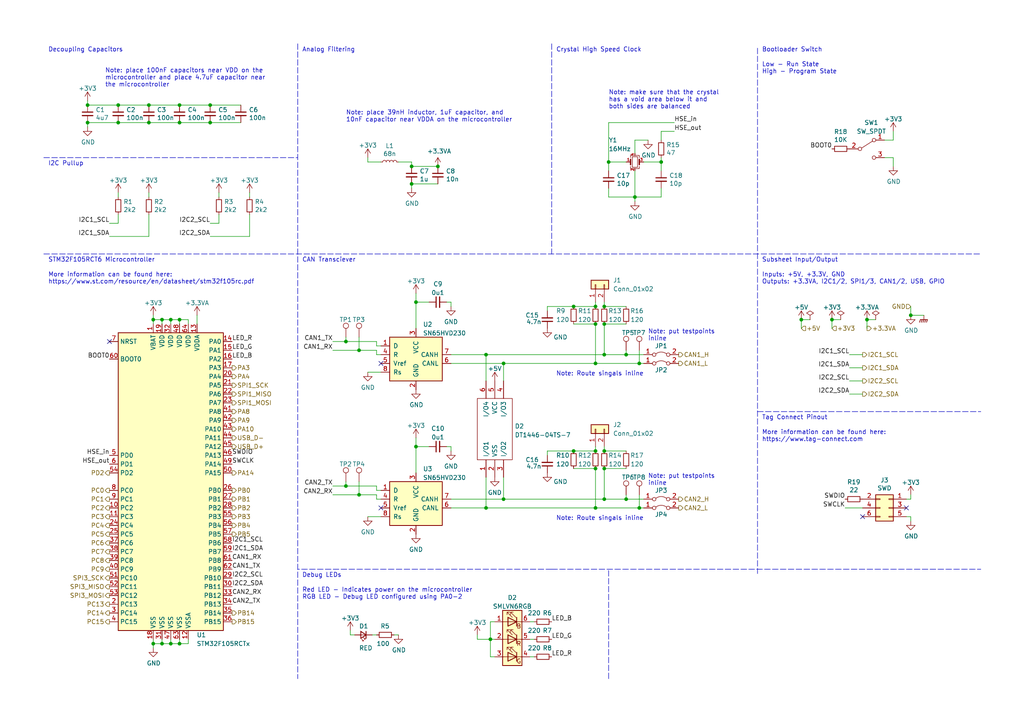
<source format=kicad_sch>
(kicad_sch (version 20211123) (generator eeschema)
  (paper "A4")
  (title_block (title "STM32F105RCT6 Subsheet") (date "2022-10-09") (company "Longhorn Racing"))
  (lib_symbols
    (symbol "Connector:TestPoint" (pin_numbers hide) (pin_names (offset 0.762) hide)
      (property "Reference" "TP" (at 0 6.858 0))
      (property "Value" "TestPoint" (at 0 5.08 0))
      (symbol "TestPoint_1_1"
        (pin passive line (at 0 0 90) (length 2.54) (name "1") (number "1"))
      )
    )
    (symbol "Connector_Generic:Conn_01x02" (pin_names (offset 1.016) hide)
      (property "Reference" "J" (at 0 2.54 0))
      (property "Value" "Conn_01x02" (at 0 -5.08 0))
      (symbol "Conn_01x02_1_1"
        (pin passive line (at -5.08 0 0) (length 3.81) (name "Pin_1") (number "1"))
        (pin passive line (at -5.08 -2.54 0) (length 3.81) (name "Pin_2") (number "2"))
      )
    )
    (symbol "Connector_Generic:Conn_02x03_Odd_Even" (pin_names (offset 1.016) hide)
      (property "Reference" "J" (at 1.27 5.08 0))
      (property "Value" "Conn_02x03_Odd_Even" (at 1.27 -5.08 0))
      (symbol "Conn_02x03_Odd_Even_1_1"
        (pin passive line (at -5.08 2.54 0) (length 3.81) (name "Pin_1") (number "1"))
        (pin passive line (at 7.62 2.54 180) (length 3.81) (name "Pin_2") (number "2"))
        (pin passive line (at -5.08 0 0) (length 3.81) (name "Pin_3") (number "3"))
        (pin passive line (at 7.62 0 180) (length 3.81) (name "Pin_4") (number "4"))
        (pin passive line (at -5.08 -2.54 0) (length 3.81) (name "Pin_5") (number "5"))
        (pin passive line (at 7.62 -2.54 180) (length 3.81) (name "Pin_6") (number "6"))
      )
    )
    (symbol "Device:C_Small" (pin_numbers hide) (pin_names (offset 0.254) hide)
      (property "Reference" "C" (at 0.254 1.778 0))
      (property "Value" "C_Small" (at 0.254 -2.032 0))
      (symbol "C_Small_1_1"
        (pin passive line (at 0 2.54 270) (length 2.032) (name "~") (number "1"))
        (pin passive line (at 0 -2.54 90) (length 2.032) (name "~") (number "2"))
      )
    )
    (symbol "Device:Crystal_GND24_Small" (pin_names (offset 1.016) hide)
      (property "Reference" "Y" (at 1.27 4.445 0))
      (property "Value" "Crystal_GND24_Small" (at 1.27 2.54 0))
      (symbol "Crystal_GND24_Small_1_1"
        (pin passive line (at -2.54 0 0) (length 1.27) (name "1") (number "1"))
        (pin passive line (at 0 -2.54 90) (length 0.635) (name "2") (number "2"))
        (pin passive line (at 2.54 0 180) (length 1.27) (name "3") (number "3"))
        (pin passive line (at 0 2.54 270) (length 0.635) (name "4") (number "4"))
      )
    )
    (symbol "Device:LED_Small" (pin_numbers hide) (pin_names (offset 0.254) hide)
      (property "Reference" "D" (at -1.27 3.175 0))
      (property "Value" "LED_Small" (at -4.445 -2.54 0))
      (symbol "LED_Small_1_1"
        (pin passive line (at -2.54 0 0) (length 1.778) (name "K") (number "1"))
        (pin passive line (at 2.54 0 180) (length 1.778) (name "A") (number "2"))
      )
    )
    (symbol "Device:L_Small" (pin_numbers hide) (pin_names (offset 0.254) hide)
      (property "Reference" "L" (at 0.762 1.016 0))
      (property "Value" "L_Small" (at 0.762 -1.016 0))
      (symbol "L_Small_1_1"
        (pin passive line (at 0 2.54 270) (length 0.508) (name "~") (number "1"))
        (pin passive line (at 0 -2.54 90) (length 0.508) (name "~") (number "2"))
      )
    )
    (symbol "Device:R_Small" (pin_numbers hide) (pin_names (offset 0.254) hide)
      (property "Reference" "R" (at 0.762 0.508 0))
      (property "Value" "R_Small" (at 0.762 -1.016 0))
      (symbol "R_Small_1_1"
        (pin passive line (at 0 2.54 270) (length 0.762) (name "~") (number "1"))
        (pin passive line (at 0 -2.54 90) (length 0.762) (name "~") (number "2"))
      )
    )
    (symbol "Global_Library:DT1446-04TS-7" (pin_names (offset 0.762))
      (property "Reference" "D" (at 5.08 7.62 0))
      (property "Value" "DT1446-04TS-7" (at 5.08 5.08 0))
      (symbol "DT1446-04TS-7_0_0"
        (pin passive line (at 0 0 0) (length 5.08) (name "I/O1") (number "1"))
        (pin passive line (at 0 -2.54 0) (length 5.08) (name "VSS") (number "2"))
        (pin passive line (at 0 -5.08 0) (length 5.08) (name "I/O2") (number "3"))
        (pin passive line (at 27.94 -5.08 180) (length 5.08) (name "I/O3") (number "4"))
        (pin passive line (at 27.94 -2.54 180) (length 5.08) (name "VCC") (number "5"))
        (pin passive line (at 27.94 0 180) (length 5.08) (name "I/O4") (number "6"))
      )
    )
    (symbol "Interface_CAN_LIN:SN65HVD230" (pin_names (offset 1.016))
      (property "Reference" "U" (at -2.54 10.16 0))
      (property "Value" "SN65HVD230" (at -2.54 7.62 0))
      (symbol "SN65HVD230_1_1"
        (pin input line (at -10.16 2.54 0) (length 2.54) (name "D") (number "1"))
        (pin power_in line (at 0 -10.16 90) (length 2.54) (name "GND") (number "2"))
        (pin power_in line (at 0 7.62 270) (length 2.54) (name "VCC") (number "3"))
        (pin output line (at -10.16 0 0) (length 2.54) (name "R") (number "4"))
        (pin output line (at -10.16 -2.54 0) (length 2.54) (name "Vref") (number "5"))
        (pin bidirectional line (at 10.16 -2.54 180) (length 2.54) (name "CANL") (number "6"))
        (pin bidirectional line (at 10.16 0 180) (length 2.54) (name "CANH") (number "7"))
        (pin input line (at -10.16 -5.08 0) (length 2.54) (name "Rs") (number "8"))
      )
    )
    (symbol "Jumper:Jumper_2_Bridged" (pin_names (offset 0) hide)
      (property "Reference" "JP" (at 0 1.905 0))
      (property "Value" "Jumper_2_Bridged" (at 0 -2.54 0))
      (symbol "Jumper_2_Bridged_1_1"
        (pin passive line (at -5.08 0 0) (length 2.54) (name "A") (number "1"))
        (pin passive line (at 5.08 0 180) (length 2.54) (name "B") (number "2"))
      )
    )
    (symbol "LED:SMLVN6RGB" (pin_names (offset 0) hide)
      (property "Reference" "D" (at 0 12.7 0))
      (property "Value" "SMLVN6RGB" (at 0 10.16 0))
      (symbol "SMLVN6RGB_0_0"
        (text "B" (at 1.905 3.81 0) (effects (font (size 1.27 1.27))))
        (text "G" (at 1.905 -6.35 0) (effects (font (size 1.27 1.27))))
        (text "R" (at 1.905 -1.27 0) (effects (font (size 1.27 1.27))))
      )
      (symbol "SMLVN6RGB_1_1"
        (pin passive line (at -5.08 5.08 0) (length 2.54) (name "BA") (number "1"))
        (pin passive line (at -5.08 0 0) (length 2.54) (name "RA") (number "2"))
        (pin passive line (at -5.08 -5.08 0) (length 2.54) (name "GA") (number "3"))
        (pin passive line (at 5.08 -5.08 180) (length 2.54) (name "GK") (number "4"))
        (pin passive line (at 5.08 0 180) (length 2.54) (name "RK") (number "5"))
        (pin passive line (at 5.08 5.08 180) (length 2.54) (name "BK") (number "6"))
      )
    )
    (symbol "MCU_ST_STM32F1:STM32F105RCTx"
      (property "Reference" "U" (at -15.24 44.45 0))
      (property "Value" "STM32F105RCTx" (at 10.16 44.45 0))
      (symbol "STM32F105RCTx_1_1"
        (pin power_in line (at -5.08 45.72 270) (length 2.54) (name "VBAT") (number "1"))
        (pin bidirectional line (at -17.78 -7.62 0) (length 2.54) (name "PC2") (number "10"))
        (pin bidirectional line (at -17.78 -10.16 0) (length 2.54) (name "PC3") (number "11"))
        (pin power_in line (at 5.08 -45.72 90) (length 2.54) (name "VSSA") (number "12"))
        (pin power_in line (at 7.62 45.72 270) (length 2.54) (name "VDDA") (number "13"))
        (pin bidirectional line (at 17.78 40.64 180) (length 2.54) (name "PA0") (number "14"))
        (pin bidirectional line (at 17.78 38.1 180) (length 2.54) (name "PA1") (number "15"))
        (pin bidirectional line (at 17.78 35.56 180) (length 2.54) (name "PA2") (number "16"))
        (pin bidirectional line (at 17.78 33.02 180) (length 2.54) (name "PA3") (number "17"))
        (pin power_in line (at -5.08 -45.72 90) (length 2.54) (name "VSS") (number "18"))
        (pin power_in line (at -2.54 45.72 270) (length 2.54) (name "VDD") (number "19"))
        (pin bidirectional line (at -17.78 -35.56 0) (length 2.54) (name "PC13") (number "2"))
        (pin bidirectional line (at 17.78 30.48 180) (length 2.54) (name "PA4") (number "20"))
        (pin bidirectional line (at 17.78 27.94 180) (length 2.54) (name "PA5") (number "21"))
        (pin bidirectional line (at 17.78 25.4 180) (length 2.54) (name "PA6") (number "22"))
        (pin bidirectional line (at 17.78 22.86 180) (length 2.54) (name "PA7") (number "23"))
        (pin bidirectional line (at -17.78 -12.7 0) (length 2.54) (name "PC4") (number "24"))
        (pin bidirectional line (at -17.78 -15.24 0) (length 2.54) (name "PC5") (number "25"))
        (pin bidirectional line (at 17.78 -2.54 180) (length 2.54) (name "PB0") (number "26"))
        (pin bidirectional line (at 17.78 -5.08 180) (length 2.54) (name "PB1") (number "27"))
        (pin bidirectional line (at 17.78 -7.62 180) (length 2.54) (name "PB2") (number "28"))
        (pin bidirectional line (at 17.78 -27.94 180) (length 2.54) (name "PB10") (number "29"))
        (pin bidirectional line (at -17.78 -38.1 0) (length 2.54) (name "PC14") (number "3"))
        (pin bidirectional line (at 17.78 -30.48 180) (length 2.54) (name "PB11") (number "30"))
        (pin power_in line (at -2.54 -45.72 90) (length 2.54) (name "VSS") (number "31"))
        (pin power_in line (at 0 45.72 270) (length 2.54) (name "VDD") (number "32"))
        (pin bidirectional line (at 17.78 -33.02 180) (length 2.54) (name "PB12") (number "33"))
        (pin bidirectional line (at 17.78 -35.56 180) (length 2.54) (name "PB13") (number "34"))
        (pin bidirectional line (at 17.78 -38.1 180) (length 2.54) (name "PB14") (number "35"))
        (pin bidirectional line (at 17.78 -40.64 180) (length 2.54) (name "PB15") (number "36"))
        (pin bidirectional line (at -17.78 -17.78 0) (length 2.54) (name "PC6") (number "37"))
        (pin bidirectional line (at -17.78 -20.32 0) (length 2.54) (name "PC7") (number "38"))
        (pin bidirectional line (at -17.78 -22.86 0) (length 2.54) (name "PC8") (number "39"))
        (pin bidirectional line (at -17.78 -40.64 0) (length 2.54) (name "PC15") (number "4"))
        (pin bidirectional line (at -17.78 -25.4 0) (length 2.54) (name "PC9") (number "40"))
        (pin bidirectional line (at 17.78 20.32 180) (length 2.54) (name "PA8") (number "41"))
        (pin bidirectional line (at 17.78 17.78 180) (length 2.54) (name "PA9") (number "42"))
        (pin bidirectional line (at 17.78 15.24 180) (length 2.54) (name "PA10") (number "43"))
        (pin bidirectional line (at 17.78 12.7 180) (length 2.54) (name "PA11") (number "44"))
        (pin bidirectional line (at 17.78 10.16 180) (length 2.54) (name "PA12") (number "45"))
        (pin bidirectional line (at 17.78 7.62 180) (length 2.54) (name "PA13") (number "46"))
        (pin power_in line (at 0 -45.72 90) (length 2.54) (name "VSS") (number "47"))
        (pin power_in line (at 2.54 45.72 270) (length 2.54) (name "VDD") (number "48"))
        (pin bidirectional line (at 17.78 5.08 180) (length 2.54) (name "PA14") (number "49"))
        (pin input line (at -17.78 7.62 0) (length 2.54) (name "PD0") (number "5"))
        (pin bidirectional line (at 17.78 2.54 180) (length 2.54) (name "PA15") (number "50"))
        (pin bidirectional line (at -17.78 -27.94 0) (length 2.54) (name "PC10") (number "51"))
        (pin bidirectional line (at -17.78 -30.48 0) (length 2.54) (name "PC11") (number "52"))
        (pin bidirectional line (at -17.78 -33.02 0) (length 2.54) (name "PC12") (number "53"))
        (pin bidirectional line (at -17.78 2.54 0) (length 2.54) (name "PD2") (number "54"))
        (pin bidirectional line (at 17.78 -10.16 180) (length 2.54) (name "PB3") (number "55"))
        (pin bidirectional line (at 17.78 -12.7 180) (length 2.54) (name "PB4") (number "56"))
        (pin bidirectional line (at 17.78 -15.24 180) (length 2.54) (name "PB5") (number "57"))
        (pin bidirectional line (at 17.78 -17.78 180) (length 2.54) (name "PB6") (number "58"))
        (pin bidirectional line (at 17.78 -20.32 180) (length 2.54) (name "PB7") (number "59"))
        (pin input line (at -17.78 5.08 0) (length 2.54) (name "PD1") (number "6"))
        (pin input line (at -17.78 35.56 0) (length 2.54) (name "BOOT0") (number "60"))
        (pin bidirectional line (at 17.78 -22.86 180) (length 2.54) (name "PB8") (number "61"))
        (pin bidirectional line (at 17.78 -25.4 180) (length 2.54) (name "PB9") (number "62"))
        (pin power_in line (at 2.54 -45.72 90) (length 2.54) (name "VSS") (number "63"))
        (pin power_in line (at 5.08 45.72 270) (length 2.54) (name "VDD") (number "64"))
        (pin input line (at -17.78 40.64 0) (length 2.54) (name "NRST") (number "7"))
        (pin bidirectional line (at -17.78 -2.54 0) (length 2.54) (name "PC0") (number "8"))
        (pin bidirectional line (at -17.78 -5.08 0) (length 2.54) (name "PC1") (number "9"))
      )
    )
    (symbol "Switch:SW_SPDT" (pin_names (offset 0) hide)
      (property "Reference" "SW" (at 0 4.318 0))
      (property "Value" "SW_SPDT" (at 0 -5.08 0))
      (symbol "SW_SPDT_1_1"
        (pin passive line (at 5.08 2.54 180) (length 2.54) (name "A") (number "1"))
        (pin passive line (at -5.08 0 0) (length 2.54) (name "B") (number "2"))
        (pin passive line (at 5.08 -2.54 180) (length 2.54) (name "C") (number "3"))
      )
    )
    (symbol "power:+3.3VA" (power) (pin_names (offset 0))
      (property "Value" "+3.3VA" (at 0 3.556 0))
      (symbol "+3.3VA_1_1"
        (pin power_in line (at 0 0 90) (length 0) hide (name "+3.3VA") (number "1"))
      )
    )
    (symbol "power:+3V3" (power) (pin_names (offset 0))
      (property "Value" "+3V3" (at 0 3.556 0))
      (symbol "+3V3_1_1"
        (pin power_in line (at 0 0 90) (length 0) hide (name "+3V3") (number "1"))
      )
    )
    (symbol "power:+5V" (power) (pin_names (offset 0))
      (property "Value" "+5V" (at 0 3.556 0))
      (symbol "+5V_1_1"
        (pin power_in line (at 0 0 90) (length 0) hide (name "+5V") (number "1"))
      )
    )
    (symbol "power:GND" (power) (pin_names (offset 0))
      (property "Value" "GND" (at 0 -3.81 0))
      (symbol "GND_1_1"
        (pin power_in line (at 0 0 270) (length 0) hide (name "GND") (number "1"))
      )
    )
    (symbol "power:GNDPWR" (power) (pin_names (offset 0))
      (property "Value" "GNDPWR" (at 0 -3.302 0))
      (symbol "GNDPWR_1_1"
        (pin power_in line (at 0 0 270) (length 0) hide (name "GNDPWR") (number "1"))
      )
    )
    (symbol "power:PWR_FLAG" (power) (pin_numbers hide) (pin_names (offset 0) hide)
      (property "Value" "PWR_FLAG" (at 0 3.81 0))
      (symbol "PWR_FLAG_0_0"
        (pin power_out line (at 0 0 90) (length 0) (name "pwr") (number "1"))
      )
    )
  )
  (junction (at 232.41 92.71))
  (junction (at 251.46 92.71))
  (junction (at 49.53 186.69))
  (junction (at 184.15 57.15))
  (junction (at 119.38 53.34))
  (junction (at 172.72 135.89))
  (junction (at 104.14 143.51))
  (junction (at 60.96 35.56))
  (junction (at 34.29 35.56))
  (junction (at 100.33 99.06))
  (junction (at 104.14 101.6))
  (junction (at 43.18 35.56))
  (junction (at 175.26 88.9))
  (junction (at 142.24 185.42))
  (junction (at 175.26 102.87))
  (junction (at 166.37 88.9))
  (junction (at 60.96 30.48))
  (junction (at 175.26 144.78))
  (junction (at 185.42 105.41))
  (junction (at 185.42 147.32))
  (junction (at 175.26 93.98))
  (junction (at 44.45 186.69))
  (junction (at 140.97 102.87))
  (junction (at 175.26 135.89))
  (junction (at 52.07 92.71))
  (junction (at 100.33 140.97))
  (junction (at 175.26 130.81))
  (junction (at 166.37 130.81))
  (junction (at 140.97 147.32))
  (junction (at 172.72 93.98))
  (junction (at 120.65 129.54))
  (junction (at 46.99 186.69))
  (junction (at 146.05 144.78))
  (junction (at 176.53 46.99))
  (junction (at 119.38 48.26))
  (junction (at 181.61 102.87))
  (junction (at 34.29 30.48))
  (junction (at 172.72 105.41))
  (junction (at 44.45 92.71))
  (junction (at 127 48.26))
  (junction (at 241.3 92.71))
  (junction (at 172.72 88.9))
  (junction (at 172.72 130.81))
  (junction (at 52.07 186.69))
  (junction (at 52.07 30.48))
  (junction (at 46.99 92.71))
  (junction (at 172.72 147.32))
  (junction (at 146.05 105.41))
  (junction (at 120.65 87.63))
  (junction (at 25.4 35.56))
  (junction (at 25.4 30.48))
  (junction (at 264.16 91.44))
  (junction (at 181.61 144.78))
  (junction (at 191.77 46.99))
  (junction (at 52.07 35.56))
  (junction (at 49.53 92.71))
  (junction (at 43.18 30.48))
  (no_connect (at 31.75 99.06))
  (no_connect (at 262.89 147.32))
  (no_connect (at 250.19 149.86))
  (no_connect (at 110.49 147.32))
  (no_connect (at 110.49 105.41))
  (wire (pts (xy 106.68 45.72) (xy 106.68 46.99)))
  (wire (pts (xy 245.11 147.32) (xy 250.19 147.32)))
  (wire (pts (xy 130.81 87.63) (xy 130.81 88.9)))
  (wire (pts (xy 262.89 144.78) (xy 264.16 144.78)))
  (wire (pts (xy 100.33 97.79) (xy 100.33 99.06)))
  (wire (pts (xy 63.5 55.88) (xy 63.5 57.15)))
  (wire (pts (xy 100.33 140.97) (xy 109.22 140.97)))
  (polyline (pts (xy 160.02 165.1) (xy 86.36 165.1)))
  (wire (pts (xy 43.18 30.48) (xy 52.07 30.48)))
  (wire (pts (xy 259.08 40.64) (xy 259.08 38.1)))
  (wire (pts (xy 63.5 64.77) (xy 63.5 62.23)))
  (wire (pts (xy 109.22 100.33) (xy 110.49 100.33)))
  (wire (pts (xy 25.4 36.83) (xy 25.4 35.56)))
  (wire (pts (xy 44.45 186.69) (xy 44.45 187.96)))
  (wire (pts (xy 153.67 180.34) (xy 154.94 180.34)))
  (wire (pts (xy 191.77 46.99) (xy 191.77 49.53)))
  (wire (pts (xy 109.22 102.87) (xy 110.49 102.87)))
  (wire (pts (xy 72.39 55.88) (xy 72.39 57.15)))
  (wire (pts (xy 60.96 35.56) (xy 69.85 35.56)))
  (wire (pts (xy 246.38 110.49) (xy 250.19 110.49)))
  (wire (pts (xy 140.97 138.43) (xy 140.97 147.32)))
  (wire (pts (xy 251.46 92.71) (xy 254 92.71)))
  (wire (pts (xy 129.54 87.63) (xy 130.81 87.63)))
  (wire (pts (xy 264.16 91.44) (xy 264.16 88.9)))
  (wire (pts (xy 146.05 105.41) (xy 146.05 110.49)))
  (wire (pts (xy 158.75 130.81) (xy 158.75 132.08)))
  (wire (pts (xy 187.96 40.64) (xy 184.15 40.64)))
  (wire (pts (xy 166.37 93.98) (xy 172.72 93.98)))
  (wire (pts (xy 96.52 140.97) (xy 100.33 140.97)))
  (wire (pts (xy 25.4 30.48) (xy 34.29 30.48)))
  (wire (pts (xy 172.72 135.89) (xy 172.72 147.32)))
  (wire (pts (xy 175.26 93.98) (xy 175.26 102.87)))
  (wire (pts (xy 25.4 29.21) (xy 25.4 30.48)))
  (wire (pts (xy 46.99 186.69) (xy 49.53 186.69)))
  (wire (pts (xy 232.41 92.71) (xy 232.41 95.25)))
  (wire (pts (xy 184.15 57.15) (xy 191.77 57.15)))
  (wire (pts (xy 106.68 107.95) (xy 110.49 107.95)))
  (wire (pts (xy 158.75 88.9) (xy 166.37 88.9)))
  (wire (pts (xy 262.89 149.86) (xy 264.16 149.86)))
  (wire (pts (xy 175.26 93.98) (xy 181.61 93.98)))
  (wire (pts (xy 44.45 92.71) (xy 44.45 91.44)))
  (wire (pts (xy 146.05 105.41) (xy 172.72 105.41)))
  (wire (pts (xy 109.22 142.24) (xy 110.49 142.24)))
  (wire (pts (xy 176.53 54.61) (xy 176.53 57.15)))
  (wire (pts (xy 142.24 180.34) (xy 142.24 185.42)))
  (wire (pts (xy 232.41 92.71) (xy 234.95 92.71)))
  (wire (pts (xy 143.51 180.34) (xy 142.24 180.34)))
  (polyline (pts (xy 160.02 165.1) (xy 284.48 165.1)))
  (wire (pts (xy 49.53 92.71) (xy 46.99 92.71)))
  (wire (pts (xy 172.72 147.32) (xy 185.42 147.32)))
  (wire (pts (xy 120.65 87.63) (xy 120.65 95.25)))
  (wire (pts (xy 106.68 46.99) (xy 110.49 46.99)))
  (wire (pts (xy 127 53.34) (xy 119.38 53.34)))
  (wire (pts (xy 60.96 64.77) (xy 63.5 64.77)))
  (wire (pts (xy 175.26 135.89) (xy 175.26 144.78)))
  (wire (pts (xy 142.24 190.5) (xy 143.51 190.5)))
  (wire (pts (xy 100.33 139.7) (xy 100.33 140.97)))
  (wire (pts (xy 49.53 93.98) (xy 49.53 92.71)))
  (wire (pts (xy 264.16 91.44) (xy 267.97 91.44)))
  (polyline (pts (xy 160.02 12.7) (xy 160.02 73.66)))
  (wire (pts (xy 175.26 88.9) (xy 175.26 87.63)))
  (wire (pts (xy 120.65 129.54) (xy 120.65 137.16)))
  (wire (pts (xy 184.15 40.64) (xy 184.15 44.45)))
  (wire (pts (xy 256.54 40.64) (xy 259.08 40.64)))
  (polyline (pts (xy 86.36 12.7) (xy 86.36 196.85)))
  (wire (pts (xy 44.45 93.98) (xy 44.45 92.71)))
  (wire (pts (xy 185.42 101.6) (xy 185.42 105.41)))
  (wire (pts (xy 172.72 87.63) (xy 172.72 88.9)))
  (wire (pts (xy 52.07 30.48) (xy 60.96 30.48)))
  (wire (pts (xy 109.22 143.51) (xy 109.22 144.78)))
  (wire (pts (xy 34.29 55.88) (xy 34.29 57.15)))
  (wire (pts (xy 49.53 186.69) (xy 52.07 186.69)))
  (wire (pts (xy 140.97 147.32) (xy 172.72 147.32)))
  (wire (pts (xy 256.54 45.72) (xy 259.08 45.72)))
  (wire (pts (xy 142.24 185.42) (xy 143.51 185.42)))
  (wire (pts (xy 43.18 35.56) (xy 52.07 35.56)))
  (wire (pts (xy 129.54 129.54) (xy 130.81 129.54)))
  (wire (pts (xy 175.26 135.89) (xy 181.61 135.89)))
  (wire (pts (xy 172.72 105.41) (xy 185.42 105.41)))
  (wire (pts (xy 166.37 130.81) (xy 172.72 130.81)))
  (wire (pts (xy 172.72 93.98) (xy 172.72 105.41)))
  (wire (pts (xy 140.97 102.87) (xy 175.26 102.87)))
  (polyline (pts (xy 219.71 13.97) (xy 219.71 166.37)))
  (wire (pts (xy 130.81 102.87) (xy 140.97 102.87)))
  (polyline (pts (xy 12.7 45.72) (xy 86.36 45.72)))
  (wire (pts (xy 158.75 130.81) (xy 166.37 130.81)))
  (wire (pts (xy 120.65 85.09) (xy 120.65 87.63)))
  (wire (pts (xy 264.16 144.78) (xy 264.16 143.51)))
  (wire (pts (xy 181.61 101.6) (xy 181.61 102.87)))
  (wire (pts (xy 60.96 30.48) (xy 69.85 30.48)))
  (wire (pts (xy 44.45 186.69) (xy 44.45 185.42)))
  (wire (pts (xy 191.77 38.1) (xy 195.58 38.1)))
  (wire (pts (xy 259.08 45.72) (xy 259.08 48.26)))
  (wire (pts (xy 130.81 144.78) (xy 146.05 144.78)))
  (wire (pts (xy 191.77 40.64) (xy 191.77 38.1)))
  (wire (pts (xy 107.95 184.15) (xy 109.22 184.15)))
  (wire (pts (xy 104.14 97.79) (xy 104.14 101.6)))
  (wire (pts (xy 34.29 30.48) (xy 43.18 30.48)))
  (wire (pts (xy 52.07 92.71) (xy 52.07 93.98)))
  (wire (pts (xy 72.39 68.58) (xy 72.39 62.23)))
  (wire (pts (xy 140.97 102.87) (xy 140.97 110.49)))
  (wire (pts (xy 104.14 143.51) (xy 109.22 143.51)))
  (wire (pts (xy 104.14 101.6) (xy 109.22 101.6)))
  (wire (pts (xy 176.53 49.53) (xy 176.53 46.99)))
  (wire (pts (xy 31.75 64.77) (xy 34.29 64.77)))
  (wire (pts (xy 46.99 185.42) (xy 46.99 186.69)))
  (wire (pts (xy 185.42 143.51) (xy 185.42 147.32)))
  (polyline (pts (xy 176.53 196.85) (xy 176.53 165.1)))
  (wire (pts (xy 54.61 186.69) (xy 54.61 185.42)))
  (wire (pts (xy 124.46 87.63) (xy 120.65 87.63)))
  (wire (pts (xy 184.15 57.15) (xy 184.15 58.42)))
  (wire (pts (xy 119.38 53.34) (xy 119.38 54.61)))
  (wire (pts (xy 181.61 102.87) (xy 186.69 102.87)))
  (wire (pts (xy 106.68 149.86) (xy 110.49 149.86)))
  (wire (pts (xy 49.53 92.71) (xy 52.07 92.71)))
  (wire (pts (xy 52.07 92.71) (xy 54.61 92.71)))
  (wire (pts (xy 114.3 184.15) (xy 115.57 184.15)))
  (wire (pts (xy 119.38 46.99) (xy 119.38 48.26)))
  (wire (pts (xy 130.81 105.41) (xy 146.05 105.41)))
  (wire (pts (xy 184.15 49.53) (xy 184.15 57.15)))
  (wire (pts (xy 60.96 68.58) (xy 72.39 68.58)))
  (wire (pts (xy 130.81 147.32) (xy 140.97 147.32)))
  (wire (pts (xy 96.52 99.06) (xy 100.33 99.06)))
  (wire (pts (xy 175.26 130.81) (xy 175.26 129.54)))
  (wire (pts (xy 43.18 68.58) (xy 43.18 62.23)))
  (wire (pts (xy 186.69 46.99) (xy 191.77 46.99)))
  (wire (pts (xy 264.16 149.86) (xy 264.16 151.13)))
  (wire (pts (xy 96.52 143.51) (xy 104.14 143.51)))
  (wire (pts (xy 142.24 185.42) (xy 142.24 190.5)))
  (wire (pts (xy 146.05 138.43) (xy 146.05 144.78)))
  (wire (pts (xy 52.07 35.56) (xy 60.96 35.56)))
  (wire (pts (xy 246.38 114.3) (xy 250.19 114.3)))
  (wire (pts (xy 176.53 35.56) (xy 195.58 35.56)))
  (wire (pts (xy 154.94 190.5) (xy 153.67 190.5)))
  (wire (pts (xy 246.38 102.87) (xy 250.19 102.87)))
  (wire (pts (xy 101.6 182.88) (xy 101.6 184.15)))
  (wire (pts (xy 175.26 144.78) (xy 181.61 144.78)))
  (wire (pts (xy 241.3 92.71) (xy 243.84 92.71)))
  (wire (pts (xy 138.43 185.42) (xy 138.43 184.15)))
  (wire (pts (xy 96.52 101.6) (xy 104.14 101.6)))
  (wire (pts (xy 57.15 91.44) (xy 57.15 93.98)))
  (wire (pts (xy 191.77 57.15) (xy 191.77 54.61)))
  (wire (pts (xy 166.37 88.9) (xy 172.72 88.9)))
  (wire (pts (xy 166.37 135.89) (xy 172.72 135.89)))
  (wire (pts (xy 46.99 186.69) (xy 44.45 186.69)))
  (wire (pts (xy 25.4 35.56) (xy 34.29 35.56)))
  (wire (pts (xy 251.46 92.71) (xy 251.46 95.25)))
  (wire (pts (xy 241.3 92.71) (xy 241.3 95.25)))
  (wire (pts (xy 124.46 129.54) (xy 120.65 129.54)))
  (wire (pts (xy 191.77 45.72) (xy 191.77 46.99)))
  (wire (pts (xy 52.07 186.69) (xy 54.61 186.69)))
  (wire (pts (xy 181.61 130.81) (xy 175.26 130.81)))
  (wire (pts (xy 130.81 129.54) (xy 130.81 130.81)))
  (wire (pts (xy 176.53 46.99) (xy 176.53 35.56)))
  (wire (pts (xy 109.22 140.97) (xy 109.22 142.24)))
  (wire (pts (xy 34.29 64.77) (xy 34.29 62.23)))
  (wire (pts (xy 119.38 48.26) (xy 127 48.26)))
  (wire (pts (xy 109.22 101.6) (xy 109.22 102.87)))
  (polyline (pts (xy 219.71 119.38) (xy 284.48 119.38)))
  (wire (pts (xy 246.38 106.68) (xy 250.19 106.68)))
  (wire (pts (xy 185.42 105.41) (xy 186.69 105.41)))
  (wire (pts (xy 181.61 143.51) (xy 181.61 144.78)))
  (wire (pts (xy 34.29 35.56) (xy 43.18 35.56)))
  (wire (pts (xy 176.53 46.99) (xy 181.61 46.99)))
  (wire (pts (xy 158.75 88.9) (xy 158.75 90.17)))
  (wire (pts (xy 31.75 68.58) (xy 43.18 68.58)))
  (wire (pts (xy 100.33 99.06) (xy 109.22 99.06)))
  (wire (pts (xy 176.53 57.15) (xy 184.15 57.15)))
  (wire (pts (xy 52.07 186.69) (xy 52.07 185.42)))
  (polyline (pts (xy 12.7 73.66) (xy 284.48 73.66)))
  (wire (pts (xy 138.43 185.42) (xy 142.24 185.42)))
  (wire (pts (xy 181.61 144.78) (xy 186.69 144.78)))
  (wire (pts (xy 172.72 129.54) (xy 172.72 130.81)))
  (wire (pts (xy 185.42 147.32) (xy 186.69 147.32)))
  (wire (pts (xy 44.45 92.71) (xy 46.99 92.71)))
  (wire (pts (xy 115.57 46.99) (xy 119.38 46.99)))
  (wire (pts (xy 104.14 139.7) (xy 104.14 143.51)))
  (wire (pts (xy 109.22 99.06) (xy 109.22 100.33)))
  (wire (pts (xy 46.99 92.71) (xy 46.99 93.98)))
  (wire (pts (xy 175.26 102.87) (xy 181.61 102.87)))
  (wire (pts (xy 43.18 55.88) (xy 43.18 57.15)))
  (wire (pts (xy 49.53 186.69) (xy 49.53 185.42)))
  (wire (pts (xy 120.65 127) (xy 120.65 129.54)))
  (wire (pts (xy 109.22 144.78) (xy 110.49 144.78)))
  (wire (pts (xy 181.61 88.9) (xy 175.26 88.9)))
  (wire (pts (xy 101.6 184.15) (xy 102.87 184.15)))
  (wire (pts (xy 146.05 144.78) (xy 175.26 144.78)))
  (wire (pts (xy 54.61 92.71) (xy 54.61 93.98)))
  (wire (pts (xy 154.94 185.42) (xy 153.67 185.42)))
  (text "Note: place 100nF capacitors near VDD on the \nmicrocontroller and place 4.7uF capacitor near \nthe microcontroller" (at 30.48 25.4 0) (effects (font (size 1.27 1.27)) (justify left bottom)))
  (text "Note: put testpoints \ninline" (at 187.96 140.97 0) (effects (font (size 1.27 1.27)) (justify left bottom)))
  (text "Note: Route singals inline" (at 161.29 151.13 0) (effects (font (size 1.27 1.27)) (justify left bottom)))
  (text "Inputs: +5V, +3.3V, GND\nOutputs: +3.3VA, I2C1/2, SPI1/3, CAN1/2, USB, GPIO" (at 220.98 82.55 0) (effects (font (size 1.27 1.27)) (justify left bottom)))
  (text "Bootloader Switch" (at 220.98 15.24 0) (effects (font (size 1.27 1.27)) (justify left bottom)))
  (text "Low - Run State\nHigh - Program State" (at 220.98 21.59 0) (effects (font (size 1.27 1.27)) (justify left bottom)))
  (text "Note: Route singals inline" (at 161.29 109.22 0) (effects (font (size 1.27 1.27)) (justify left bottom)))
  (text "Analog Filtering" (at 87.63 15.24 0) (effects (font (size 1.27 1.27)) (justify left bottom)))
  (text "I2C Pullup" (at 13.97 48.26 0) (effects (font (size 1.27 1.27)) (justify left bottom)))
  (text "Tag Connect Pinout" (at 220.98 121.92 0) (effects (font (size 1.27 1.27)) (justify left bottom)))
  (text "Note: place 39nH inductor, 1uF capacitor, and \n10nF capacitor near VDDA on the microcontroller" (at 100.33 35.56 0) (effects (font (size 1.27 1.27)) (justify left bottom)))
  (text "Subsheet Input/Output" (at 220.98 76.2 0) (effects (font (size 1.27 1.27)) (justify left bottom)))
  (text "Debug LEDs" (at 87.63 167.64 0) (effects (font (size 1.27 1.27)) (justify left bottom)))
  (text "Note: make sure that the crystal \nhas a void area below it and\nboth sides are balanced" (at 176.53 31.75 0) (effects (font (size 1.27 1.27)) (justify left bottom)))
  (text "Decoupling Capacitors" (at 13.97 15.24 0) (effects (font (size 1.27 1.27)) (justify left bottom)))
  (text "Crystal High Speed Clock" (at 161.29 15.24 0) (effects (font (size 1.27 1.27)) (justify left bottom)))
  (text "STM32F105RCT6 Microcontroller" (at 13.97 76.2 0) (effects (font (size 1.27 1.27)) (justify left bottom)))
  (text "CAN Transciever\n" (at 87.63 76.2 0) (effects (font (size 1.27 1.27)) (justify left bottom)))
  (text "More information can be found here:\nhttps://www.st.com/resource/en/datasheet/stm32f105rc.pdf" (at 13.97 82.55 0) (effects (font (size 1.27 1.27)) (justify left bottom)))
  (text "More information can be found here: \nhttps://www.tag-connect.com" (at 220.98 128.27 0) (effects (font (size 1.27 1.27)) (justify left bottom)))
  (text "Note: put testpoints \ninline" (at 187.96 99.06 0) (effects (font (size 1.27 1.27)) (justify left bottom)))
  (text "Red LED - Indicates power on the microcontroller\nRGB LED - Debug LED configured using PA0-2" (at 87.63 173.99 0) (effects (font (size 1.27 1.27)) (justify left bottom)))
  (label "SWDIO" (at 245.11 144.78 180))
  (label "HSE_in" (at 195.58 35.56 0))
  (label "SWCLK" (at 245.11 147.32 180))
  (label "SWDIO" (at 67.31 132.08 0))
  (label "HSE_out" (at 31.75 134.62 180))
  (label "CAN2_TX" (at 67.31 175.26 0))
  (label "I2C2_SCL" (at 67.31 167.64 0))
  (label "LED_G" (at 160.02 185.42 0))
  (label "CAN1_RX" (at 96.52 101.6 180))
  (label "LED_B" (at 160.02 180.34 0))
  (label "BOOT0" (at 241.3 43.18 180))
  (label "I2C1_SCL" (at 31.75 64.77 180))
  (label "CAN2_RX" (at 67.31 172.72 0))
  (label "HSE_in" (at 31.75 132.08 180))
  (label "I2C2_SDA" (at 60.96 68.58 180))
  (label "CAN1_RX" (at 67.31 162.56 0))
  (label "CAN1_TX" (at 67.31 165.1 0))
  (label "HSE_out" (at 195.58 38.1 0))
  (label "I2C1_SCL" (at 246.38 102.87 180))
  (label "I2C1_SDA" (at 67.31 160.02 0))
  (label "CAN1_TX" (at 96.52 99.06 180))
  (label "BOOT0" (at 31.75 104.14 180))
  (label "I2C1_SDA" (at 246.38 106.68 180))
  (label "LED_R" (at 67.31 99.06 0))
  (label "LED_B" (at 67.31 104.14 0))
  (label "I2C2_SDA" (at 67.31 170.18 0))
  (label "LED_G" (at 67.31 101.6 0))
  (label "SWCLK" (at 67.31 134.62 0))
  (label "I2C2_SCL" (at 246.38 110.49 180))
  (label "LED_R" (at 160.02 190.5 0))
  (label "I2C2_SDA" (at 246.38 114.3 180))
  (label "CAN2_TX" (at 96.52 140.97 180))
  (label "I2C1_SCL" (at 67.31 157.48 0))
  (label "I2C2_SCL" (at 60.96 64.77 180))
  (label "CAN2_RX" (at 96.52 143.51 180))
  (label "I2C1_SDA" (at 31.75 68.58 180))
  (hierarchical_label "PC6" (shape output) (at 31.75 157.48 180))
  (hierarchical_label "PC7" (shape output) (at 31.75 160.02 180))
  (hierarchical_label "PC0" (shape output) (at 31.75 142.24 180))
  (hierarchical_label "USB_D-" (shape output) (at 67.31 127 0))
  (hierarchical_label "USB_D+" (shape output) (at 67.31 129.54 0))
  (hierarchical_label "CAN1_H" (shape output) (at 196.85 102.87 0))
  (hierarchical_label "SPI1_MOSI" (shape output) (at 67.31 116.84 0))
  (hierarchical_label "I2C1_SDA" (shape output) (at 250.19 106.68 0))
  (hierarchical_label "PB15" (shape output) (at 67.31 180.34 0))
  (hierarchical_label "PC5" (shape output) (at 31.75 154.94 180))
  (hierarchical_label "+5V" (shape input) (at 232.41 95.25 0))
  (hierarchical_label "PB5" (shape output) (at 67.31 154.94 0))
  (hierarchical_label "SPI1_SCK" (shape output) (at 67.31 111.76 0))
  (hierarchical_label "I2C2_SDA" (shape output) (at 250.19 114.3 0))
  (hierarchical_label "GND" (shape input) (at 264.16 88.9 180))
  (hierarchical_label "PA3" (shape output) (at 67.31 106.68 0))
  (hierarchical_label "+3V3" (shape input) (at 241.3 95.25 0))
  (hierarchical_label "SPI3_SCK" (shape output) (at 31.75 167.64 180))
  (hierarchical_label "SPI3_MISO" (shape output) (at 31.75 170.18 180))
  (hierarchical_label "PC2" (shape output) (at 31.75 147.32 180))
  (hierarchical_label "PA8" (shape output) (at 67.31 119.38 0))
  (hierarchical_label "PC9" (shape output) (at 31.75 165.1 180))
  (hierarchical_label "+3.3VA" (shape output) (at 251.46 95.25 0))
  (hierarchical_label "PB0" (shape output) (at 67.31 142.24 0))
  (hierarchical_label "CAN2_L" (shape output) (at 196.85 147.32 0))
  (hierarchical_label "PB2" (shape output) (at 67.31 147.32 0))
  (hierarchical_label "CAN1_L" (shape output) (at 196.85 105.41 0))
  (hierarchical_label "SPI1_MISO" (shape output) (at 67.31 114.3 0))
  (hierarchical_label "PD2" (shape output) (at 31.75 137.16 180))
  (hierarchical_label "PA14" (shape output) (at 67.31 137.16 0))
  (hierarchical_label "PC15" (shape output) (at 31.75 180.34 180))
  (hierarchical_label "PC8" (shape output) (at 31.75 162.56 180))
  (hierarchical_label "PB14" (shape output) (at 67.31 177.8 0))
  (hierarchical_label "I2C2_SCL" (shape output) (at 250.19 110.49 0))
  (hierarchical_label "PA4" (shape output) (at 67.31 109.22 0))
  (hierarchical_label "I2C1_SCL" (shape output) (at 250.19 102.87 0))
  (hierarchical_label "PA10" (shape output) (at 67.31 124.46 0))
  (hierarchical_label "PC13" (shape output) (at 31.75 175.26 180))
  (hierarchical_label "CAN2_H" (shape output) (at 196.85 144.78 0))
  (hierarchical_label "PB4" (shape output) (at 67.31 152.4 0))
  (hierarchical_label "PC3" (shape output) (at 31.75 149.86 180))
  (hierarchical_label "PC4" (shape output) (at 31.75 152.4 180))
  (hierarchical_label "PC1" (shape output) (at 31.75 144.78 180))
  (hierarchical_label "PC14" (shape output) (at 31.75 177.8 180))
  (hierarchical_label "PA9" (shape output) (at 67.31 121.92 0))
  (hierarchical_label "SPI3_MOSI" (shape output) (at 31.75 172.72 180))
  (hierarchical_label "PB1" (shape output) (at 67.31 144.78 0))
  (hierarchical_label "PB3" (shape output) (at 67.31 149.86 0))
  (symbol (lib_id "MCU_ST_STM32F1:STM32F105RCTx") (at 49.53 139.7 0) (unit 1)
    (property "Reference" "U1" (at 58.42 184.15 0))
    (property "Value" "STM32F105RCTx" (at 64.77 186.69 0))
    (property "Footprint" "Package_QFP:LQFP-64_10x10mm_P0.5mm" (effects hide))
    (property "Datasheet" "http://www.st.com/st-web-ui/static/active/en/resource/technical/document/datasheet/CD00220364.pdf" (effects hide))
  )
  (symbol (lib_id "power:GND") (at 44.45 187.96 0) (unit 1)
    (property "Reference" "#PWR06" (effects hide))
    (property "Value" "GND" (at 44.577 192.3542 0))
  )
  (symbol (lib_id "Switch:SW_SPDT") (at 251.46 43.18 0) (unit 1)
    (property "Reference" "SW1" (at 252.73 35.56 0))
    (property "Value" "SW_SPDT" (at 252.73 38.1 0))
    (property "Footprint" "Connector_PinHeader_1.27mm:PinHeader_1x03_P1.27mm_Vertical" (effects hide))
  )
  (symbol (lib_id "Device:R_Small") (at 243.84 43.18 270) (unit 1)
    (property "Reference" "R18" (at 243.84 38.2016 90))
    (property "Value" "10K" (at 243.84 40.513 90))
    (property "Footprint" "Resistor_SMD:R_0603_1608Metric" (effects hide))
  )
  (symbol (lib_id "power:GND") (at 259.08 48.26 0) (unit 1)
    (property "Reference" "#PWR038" (effects hide))
    (property "Value" "GND" (at 259.207 52.6542 0))
  )
  (symbol (lib_id "Device:C_Small") (at 25.4 33.02 0) (unit 1)
    (property "Reference" "C1" (at 27.7368 31.8516 0) (effects (justify left)))
    (property "Value" "4u7" (at 27.7368 34.163 0) (effects (justify left)))
    (property "Footprint" "Capacitor_SMD:C_0603_1608Metric" (effects hide))
  )
  (symbol (lib_id "Device:C_Small") (at 34.29 33.02 0) (unit 1)
    (property "Reference" "C2" (at 36.6268 31.8516 0) (effects (justify left)))
    (property "Value" "100n" (at 36.6268 34.163 0) (effects (justify left)))
    (property "Footprint" "Capacitor_SMD:C_0603_1608Metric" (effects hide))
  )
  (symbol (lib_id "Device:C_Small") (at 43.18 33.02 0) (unit 1)
    (property "Reference" "C3" (at 45.5168 31.8516 0) (effects (justify left)))
    (property "Value" "100n" (at 45.5168 34.163 0) (effects (justify left)))
    (property "Footprint" "Capacitor_SMD:C_0603_1608Metric" (effects hide))
  )
  (symbol (lib_id "Device:C_Small") (at 52.07 33.02 0) (unit 1)
    (property "Reference" "C4" (at 54.4068 31.8516 0) (effects (justify left)))
    (property "Value" "100n" (at 54.4068 34.163 0) (effects (justify left)))
    (property "Footprint" "Capacitor_SMD:C_0603_1608Metric" (effects hide))
  )
  (symbol (lib_id "Device:C_Small") (at 60.96 33.02 0) (unit 1)
    (property "Reference" "C5" (at 63.2968 31.8516 0) (effects (justify left)))
    (property "Value" "100n" (at 63.2968 34.163 0) (effects (justify left)))
    (property "Footprint" "Capacitor_SMD:C_0603_1608Metric" (effects hide))
  )
  (symbol (lib_id "Device:C_Small") (at 69.85 33.02 0) (unit 1)
    (property "Reference" "C6" (at 72.1868 31.8516 0) (effects (justify left)))
    (property "Value" "100n" (at 72.1868 34.163 0) (effects (justify left)))
    (property "Footprint" "Capacitor_SMD:C_0603_1608Metric" (effects hide))
  )
  (symbol (lib_id "power:GND") (at 25.4 36.83 0) (unit 1)
    (property "Reference" "#PWR02" (effects hide))
    (property "Value" "GND" (at 25.527 41.2242 0))
  )
  (symbol (lib_id "Device:L_Small") (at 113.03 46.99 90) (unit 1)
    (property "Reference" "L1" (at 113.03 42.291 90))
    (property "Value" "68n" (at 113.03 44.6024 90))
    (property "Footprint" "Inductor_SMD:L_0603_1608Metric" (effects hide))
  )
  (symbol (lib_id "power:+3.3VA") (at 127 48.26 0) (unit 1)
    (property "Reference" "#PWR020" (effects hide))
    (property "Value" "+3.3VA" (at 127.381 43.8658 0))
  )
  (symbol (lib_id "Device:C_Small") (at 119.38 50.8 0) (unit 1)
    (property "Reference" "C7" (at 121.7168 49.6316 0) (effects (justify left)))
    (property "Value" "1u" (at 121.7168 51.943 0) (effects (justify left)))
    (property "Footprint" "Capacitor_SMD:C_0603_1608Metric" (effects hide))
  )
  (symbol (lib_id "Device:C_Small") (at 127 50.8 0) (unit 1)
    (property "Reference" "C8" (at 129.3368 49.6316 0) (effects (justify left)))
    (property "Value" "10n" (at 129.3368 51.943 0) (effects (justify left)))
    (property "Footprint" "Capacitor_SMD:C_0603_1608Metric" (effects hide))
  )
  (symbol (lib_id "power:GND") (at 119.38 54.61 0) (unit 1)
    (property "Reference" "#PWR015" (effects hide))
    (property "Value" "GND" (at 119.507 59.0042 0))
  )
  (symbol (lib_id "Device:Crystal_GND24_Small") (at 184.15 46.99 0) (unit 1)
    (property "Reference" "Y1" (at 176.53 40.64 0) (effects (justify left)))
    (property "Value" "16MHz" (at 176.53 43.18 0) (effects (justify left)))
    (property "Footprint" "Crystal:Crystal_SMD_3225-4Pin_3.2x2.5mm" (effects hide))
    (property "Datasheet" "https://datasheet.lcsc.com/lcsc/2103291133_Yangxing-Tech-X322516MLB4SI_C13738.pdf" (effects hide))
  )
  (symbol (lib_id "power:GND") (at 184.15 58.42 0) (unit 1)
    (property "Reference" "#PWR030" (effects hide))
    (property "Value" "GND" (at 184.277 62.8142 0))
  )
  (symbol (lib_id "Device:C_Small") (at 191.77 52.07 0) (unit 1)
    (property "Reference" "C18" (at 194.1068 50.9016 0) (effects (justify left)))
    (property "Value" "10p" (at 194.1068 53.213 0) (effects (justify left)))
    (property "Footprint" "Capacitor_SMD:C_0603_1608Metric" (effects hide))
  )
  (symbol (lib_id "Device:C_Small") (at 176.53 52.07 0) (unit 1)
    (property "Reference" "C17" (at 178.8668 50.9016 0) (effects (justify left)))
    (property "Value" "10p" (at 178.8668 53.213 0) (effects (justify left)))
    (property "Footprint" "Capacitor_SMD:C_0603_1608Metric" (effects hide))
  )
  (symbol (lib_id "Device:R_Small") (at 191.77 43.18 0) (unit 1)
    (property "Reference" "R15" (at 193.2686 42.0116 0) (effects (justify left)))
    (property "Value" "47" (at 193.2686 44.323 0) (effects (justify left)))
    (property "Footprint" "Resistor_SMD:R_0603_1608Metric" (effects hide))
  )
  (symbol (lib_id "power:GND") (at 264.16 91.44 0) (unit 1)
    (property "Reference" "#PWR039" (effects hide))
    (property "Value" "GND" (at 264.287 95.8342 0))
  )
  (symbol (lib_id "power:GND") (at 187.96 40.64 0) (unit 1)
    (property "Reference" "#PWR033" (effects hide))
    (property "Value" "GND" (at 188.087 45.0342 0))
  )
  (symbol (lib_id "power:GND") (at 115.57 184.15 0) (unit 1)
    (property "Reference" "#PWR014" (effects hide))
    (property "Value" "GND" (at 115.697 188.5442 0))
  )
  (symbol (lib_id "Device:R_Small") (at 111.76 184.15 90) (unit 1)
    (property "Reference" "R5" (at 113.03 181.61 90) (effects (justify left)))
    (property "Value" "100" (at 113.03 186.69 90) (effects (justify left)))
    (property "Footprint" "Resistor_SMD:R_0603_1608Metric" (effects hide))
  )
  (symbol (lib_id "Device:LED_Small") (at 105.41 184.15 180) (unit 1)
    (property "Reference" "D1" (at 104.14 181.61 0) (effects (justify right)))
    (property "Value" "RED" (at 104.14 187.96 0) (effects (justify right)))
    (property "Footprint" "LED_SMD:LED_0603_1608Metric" (effects hide))
  )
  (symbol (lib_id "Connector_Generic:Conn_02x03_Odd_Even") (at 257.81 147.32 0) (mirror y) (unit 1)
    (property "Reference" "J3" (at 256.54 139.2682 0))
    (property "Value" "SWD" (at 256.54 141.5796 0))
    (property "Footprint" "Connector_PinHeader_1.27mm:PinHeader_2x03_P1.27mm_Vertical" (effects hide))
  )
  (symbol (lib_id "Device:R_Small") (at 247.65 144.78 270) (unit 1)
    (property "Reference" "R19" (at 247.65 139.8016 90))
    (property "Value" "22" (at 247.65 142.113 90))
    (property "Footprint" "Resistor_SMD:R_0603_1608Metric" (effects hide))
  )
  (symbol (lib_id "power:GND") (at 264.16 151.13 0) (unit 1)
    (property "Reference" "#PWR041" (effects hide))
    (property "Value" "GND" (at 264.287 155.5242 0))
  )
  (symbol (lib_id "Device:R_Small") (at 34.29 59.69 0) (unit 1)
    (property "Reference" "R1" (at 35.7886 58.5216 0) (effects (justify left)))
    (property "Value" "2k2" (at 35.7886 60.833 0) (effects (justify left)))
    (property "Footprint" "Resistor_SMD:R_0603_1608Metric" (effects hide))
  )
  (symbol (lib_id "Device:R_Small") (at 43.18 59.69 0) (unit 1)
    (property "Reference" "R2" (at 44.6786 58.5216 0) (effects (justify left)))
    (property "Value" "2k2" (at 44.6786 60.833 0) (effects (justify left)))
    (property "Footprint" "Resistor_SMD:R_0603_1608Metric" (effects hide))
  )
  (symbol (lib_id "Device:R_Small") (at 63.5 59.69 0) (unit 1)
    (property "Reference" "R3" (at 64.9986 58.5216 0) (effects (justify left)))
    (property "Value" "2k2" (at 64.9986 60.833 0) (effects (justify left)))
    (property "Footprint" "Resistor_SMD:R_0603_1608Metric" (effects hide))
  )
  (symbol (lib_id "Device:R_Small") (at 72.39 59.69 0) (unit 1)
    (property "Reference" "R4" (at 73.8886 58.5216 0) (effects (justify left)))
    (property "Value" "2k2" (at 73.8886 60.833 0) (effects (justify left)))
    (property "Footprint" "Resistor_SMD:R_0603_1608Metric" (effects hide))
  )
  (symbol (lib_id "Jumper:Jumper_2_Bridged") (at 191.77 144.78 0) (unit 1)
    (property "Reference" "JP3" (at 191.77 142.24 0))
    (property "Value" " " (at 191.77 142.9821 0))
    (property "Footprint" "Jumper:SolderJumper-2_P1.3mm_Bridged2Bar_Pad1.0x1.5mm" (effects hide))
  )
  (symbol (lib_id "Global_Library:DT1446-04TS-7") (at 140.97 138.43 90) (unit 1)
    (property "Reference" "D2" (at 149.3012 123.6253 90) (effects (justify right)))
    (property "Value" "DT1446-04TS-7" (at 149.3012 126.1622 90) (effects (justify right)))
    (property "Footprint" "SOT95P280X100-6N" (effects hide))
    (property "Datasheet" "https://www.diodes.com/assets/Datasheets/DT1446-04TS.pdf" (effects hide))
    (property "Description" "Diodes Inc DT1446-04TS-7 10-Element Uni-Directional TVS Diode Array, 300mW peak, 6-Pin TSOT-26" (effects hide))
    (property "Height" "1" (effects hide))
    (property "Mouser Part Number" "621-DT1446-04TS-7" (effects hide))
    (property "Mouser Price/Stock" "https://www.mouser.co.uk/ProductDetail/Diodes-Incorporated/DT1446-04TS-7?qs=5V6w%252Be2aIqaVaoAa1%252B%252BixQ%3D%3D" (effects hide))
    (property "Manufacturer_Name" "Diodes Inc." (effects hide))
    (property "Manufacturer_Part_Number" "DT1446-04TS-7" (effects hide))
  )
  (symbol (lib_id "Connector:TestPoint") (at 181.61 101.6 0) (unit 1)
    (property "Reference" "TP5" (at 180.34 96.52 0) (effects (justify left)))
    (property "Value" " " (at 183.007 100.0002 0) (effects (justify left)))
    (property "Footprint" "TestPoint:TestPoint_THTPad_1.0x1.0mm_Drill0.5mm" (effects hide))
  )
  (symbol (lib_id "power:+3V3") (at 63.5 55.88 0) (unit 1)
    (property "Reference" "#PWR08" (effects hide))
    (property "Value" "+3V3" (at 63.5 52.3042 0))
  )
  (symbol (lib_id "power:+3V3") (at 106.68 45.72 0) (unit 1)
    (property "Reference" "#PWR011" (effects hide))
    (property "Value" "+3V3" (at 106.68 42.1442 0))
  )
  (symbol (lib_id "power:GND") (at 158.75 95.25 0) (unit 1)
    (property "Reference" "#PWR028" (effects hide))
    (property "Value" "GND" (at 162.56 97.79 0))
  )
  (symbol (lib_id "Connector:TestPoint") (at 104.14 97.79 0) (unit 1)
    (property "Reference" "TP3" (at 102.235 92.71 0) (effects (justify left)))
    (property "Value" " " (at 105.537 96.1902 0) (effects (justify left)))
    (property "Footprint" "TestPoint:TestPoint_THTPad_1.0x1.0mm_Drill0.5mm" (effects hide))
  )
  (symbol (lib_id "Connector_Generic:Conn_01x02") (at 172.72 82.55 90) (unit 1)
    (property "Reference" "J1" (at 177.8 81.28 90) (effects (justify right)))
    (property "Value" "Conn_01x02" (at 177.8 83.82 90) (effects (justify right)))
    (property "Footprint" "Connector_PinHeader_2.54mm:PinHeader_1x02_P2.54mm_Vertical" (effects hide))
  )
  (symbol (lib_id "power:+3V3") (at 34.29 55.88 0) (unit 1)
    (property "Reference" "#PWR03" (effects hide))
    (property "Value" "+3V3" (at 34.29 52.3042 0))
  )
  (symbol (lib_id "power:PWR_FLAG") (at 254 92.71 0) (unit 1)
    (property "Reference" "#FLG03" (effects hide))
    (property "Value" "PWR_FLAG" (effects hide))
  )
  (symbol (lib_id "Device:R_Small") (at 157.48 190.5 90) (unit 1)
    (property "Reference" "R8" (at 158.75 187.96 90))
    (property "Value" "220" (at 154.94 187.96 90))
    (property "Footprint" "Resistor_SMD:R_0603_1608Metric" (effects hide))
  )
  (symbol (lib_id "power:+3V3") (at 44.45 91.44 0) (unit 1)
    (property "Reference" "#PWR05" (effects hide))
    (property "Value" "+3V3" (at 44.45 87.8642 0))
  )
  (symbol (lib_id "Device:R_Small") (at 172.72 133.35 0) (unit 1)
    (property "Reference" "R12" (at 167.64 132.08 0) (effects (justify left)))
    (property "Value" "120" (at 167.64 134.62 0) (effects (justify left)))
    (property "Footprint" "Resistor_SMD:R_0603_1608Metric" (effects hide))
  )
  (symbol (lib_id "power:GND") (at 130.81 130.81 0) (unit 1)
    (property "Reference" "#PWR022" (effects hide))
    (property "Value" "GND" (at 130.81 135.2534 0))
  )
  (symbol (lib_id "power:+3V3") (at 101.6 182.88 0) (unit 1)
    (property "Reference" "#PWR010" (effects hide))
    (property "Value" "+3V3" (at 101.6 179.3042 0))
  )
  (symbol (lib_id "Device:R_Small") (at 157.48 185.42 90) (unit 1)
    (property "Reference" "R7" (at 158.75 182.88 90))
    (property "Value" "220" (at 154.94 182.88 90))
    (property "Footprint" "Resistor_SMD:R_0603_1608Metric" (effects hide))
  )
  (symbol (lib_id "power:+5V") (at 232.41 92.71 0) (unit 1)
    (property "Reference" "#PWR038" (effects hide))
    (property "Value" "+5V" (at 232.41 89.1342 0))
  )
  (symbol (lib_id "Device:C_Small") (at 127 129.54 90) (unit 1)
    (property "Reference" "C10" (at 127.0063 124.2781 90))
    (property "Value" "0u1" (at 127.0063 126.815 90))
    (property "Footprint" "Capacitor_SMD:C_0603_1608Metric" (effects hide))
  )
  (symbol (lib_id "Device:C_Small") (at 158.75 134.62 180) (unit 1)
    (property "Reference" "C16" (at 152.4 133.35 0) (effects (justify right)))
    (property "Value" "4.7n" (at 152.654 135.255 0) (effects (justify right)))
    (property "Footprint" "Capacitor_SMD:C_0603_1608Metric" (effects hide))
  )
  (symbol (lib_id "Device:R_Small") (at 181.61 133.35 180) (unit 1)
    (property "Reference" "R17" (at 186.69 132.08 0) (effects (justify left)))
    (property "Value" "120" (at 186.69 134.62 0) (effects (justify left)))
    (property "Footprint" "Resistor_SMD:R_0603_1608Metric" (effects hide))
  )
  (symbol (lib_id "power:PWR_FLAG") (at 234.95 92.71 0) (unit 1)
    (property "Reference" "#FLG01" (effects hide))
    (property "Value" "PWR_FLAG" (effects hide))
  )
  (symbol (lib_id "power:GND") (at 120.65 154.94 0) (unit 1)
    (property "Reference" "#PWR019" (effects hide))
    (property "Value" "GND" (at 120.65 159.3834 0))
  )
  (symbol (lib_id "power:+3V3") (at 25.4 29.21 0) (unit 1)
    (property "Reference" "#PWR01" (effects hide))
    (property "Value" "+3V3" (at 25.4 25.6342 0))
  )
  (symbol (lib_id "power:GND") (at 130.81 88.9 0) (unit 1)
    (property "Reference" "#PWR021" (effects hide))
    (property "Value" "GND" (at 130.81 93.3434 0))
  )
  (symbol (lib_id "power:PWR_FLAG") (at 243.84 92.71 0) (unit 1)
    (property "Reference" "#FLG02" (effects hide))
    (property "Value" "PWR_FLAG" (effects hide))
  )
  (symbol (lib_id "power:+3V3") (at 241.3 92.71 0) (unit 1)
    (property "Reference" "#PWR035" (effects hide))
    (property "Value" "+3V3" (at 241.3 89.1342 0))
  )
  (symbol (lib_id "power:+5V") (at 143.51 110.49 0) (unit 1)
    (property "Reference" "#PWR032" (effects hide))
    (property "Value" "+5V" (at 143.51 106.9142 0))
  )
  (symbol (lib_id "power:GND") (at 106.68 149.86 0) (unit 1)
    (property "Reference" "#PWR013" (effects hide))
    (property "Value" "GND" (at 106.68 154.3034 0))
  )
  (symbol (lib_id "Connector_Generic:Conn_01x02") (at 172.72 124.46 90) (unit 1)
    (property "Reference" "J2" (at 177.8 123.19 90) (effects (justify right)))
    (property "Value" "Conn_01x02" (at 177.8 125.73 90) (effects (justify right)))
    (property "Footprint" "Connector_PinHeader_2.54mm:PinHeader_1x02_P2.54mm_Vertical" (effects hide))
  )
  (symbol (lib_id "power:+3.3VA") (at 251.46 92.71 0) (unit 1)
    (property "Reference" "#PWR036" (effects hide))
    (property "Value" "+3.3VA" (at 251.46 89.1342 0))
  )
  (symbol (lib_id "power:+3V3") (at 43.18 55.88 0) (unit 1)
    (property "Reference" "#PWR04" (effects hide))
    (property "Value" "+3V3" (at 43.18 52.3042 0))
  )
  (symbol (lib_id "power:GNDPWR") (at 267.97 91.44 0) (unit 1)
    (property "Reference" "#PWR042" (effects hide))
    (property "Value" "GNDPWR" (effects hide))
  )
  (symbol (lib_id "Connector:TestPoint") (at 185.42 101.6 0) (unit 1)
    (property "Reference" "TP7" (at 185.42 96.52 0))
    (property "Value" " " (at 185.42 96.52 0))
    (property "Footprint" "TestPoint:TestPoint_THTPad_1.0x1.0mm_Drill0.5mm" (effects hide))
  )
  (symbol (lib_id "power:GND") (at 158.75 137.16 0) (unit 1)
    (property "Reference" "#PWR029" (effects hide))
    (property "Value" "GND" (at 162.56 139.7 0))
  )
  (symbol (lib_id "power:+3.3VA") (at 57.15 91.44 0) (unit 1)
    (property "Reference" "#PWR07" (effects hide))
    (property "Value" "+3.3VA" (at 57.15 87.8642 0))
  )
  (symbol (lib_id "Device:R_Small") (at 157.48 180.34 90) (unit 1)
    (property "Reference" "R6" (at 158.75 177.8 90))
    (property "Value" "220" (at 154.94 177.8 90))
    (property "Footprint" "Resistor_SMD:R_0603_1608Metric" (effects hide))
  )
  (symbol (lib_id "Jumper:Jumper_2_Bridged") (at 191.77 147.32 0) (unit 1)
    (property "Reference" "JP4" (at 191.77 149.225 0))
    (property "Value" " " (at 191.77 145.5221 0))
    (property "Footprint" "Jumper:SolderJumper-2_P1.3mm_Bridged2Bar_Pad1.0x1.5mm" (effects hide))
  )
  (symbol (lib_id "Connector:TestPoint") (at 181.61 143.51 0) (unit 1)
    (property "Reference" "TP6" (at 180.34 138.43 0) (effects (justify left)))
    (property "Value" " " (at 183.007 141.9102 0) (effects (justify left)))
    (property "Footprint" "TestPoint:TestPoint_THTPad_1.0x1.0mm_Drill0.5mm" (effects hide))
  )
  (symbol (lib_id "LED:SMLVN6RGB") (at 148.59 185.42 0) (unit 1)
    (property "Reference" "D2" (at 148.59 173.3382 0))
    (property "Value" "SMLVN6RGB" (at 148.59 175.8751 0))
    (property "Footprint" "LED_SMD:LED_ROHM_SMLVN6" (effects hide))
    (property "Datasheet" "https://www.rohm.com/datasheet/SMLVN6RGB1U" (effects hide))
  )
  (symbol (lib_id "power:+3V3") (at 264.16 143.51 0) (unit 1)
    (property "Reference" "#PWR040" (effects hide))
    (property "Value" "+3V3" (at 264.16 139.9342 0))
  )
  (symbol (lib_id "Device:R_Small") (at 175.26 133.35 180) (unit 1)
    (property "Reference" "R14" (at 180.34 132.08 0) (effects (justify left)))
    (property "Value" "120" (at 180.34 134.62 0) (effects (justify left)))
    (property "Footprint" "Resistor_SMD:R_0603_1608Metric" (effects hide))
  )
  (symbol (lib_id "Device:R_Small") (at 166.37 133.35 0) (unit 1)
    (property "Reference" "R10" (at 161.29 132.08 0) (effects (justify left)))
    (property "Value" "120" (at 161.29 134.62 0) (effects (justify left)))
    (property "Footprint" "Resistor_SMD:R_0603_1608Metric" (effects hide))
  )
  (symbol (lib_id "Device:C_Small") (at 158.75 92.71 180) (unit 1)
    (property "Reference" "C15" (at 152.4 91.44 0) (effects (justify right)))
    (property "Value" "4.7n" (at 152.654 93.345 0) (effects (justify right)))
    (property "Footprint" "Capacitor_SMD:C_0603_1608Metric" (effects hide))
  )
  (symbol (lib_id "Jumper:Jumper_2_Bridged") (at 191.77 102.87 0) (unit 1)
    (property "Reference" "JP1" (at 191.77 100.33 0))
    (property "Value" " " (at 191.77 101.0721 0))
    (property "Footprint" "Jumper:SolderJumper-2_P1.3mm_Bridged2Bar_Pad1.0x1.5mm" (effects hide))
  )
  (symbol (lib_id "power:GND") (at 143.51 138.43 0) (unit 1)
    (property "Reference" "#PWR033" (effects hide))
    (property "Value" "GND" (at 143.51 142.8734 0))
  )
  (symbol (lib_id "Connector:TestPoint") (at 100.33 97.79 0) (unit 1)
    (property "Reference" "TP1" (at 98.425 92.71 0) (effects (justify left)))
    (property "Value" " " (at 101.727 96.1902 0) (effects (justify left)))
    (property "Footprint" "TestPoint:TestPoint_THTPad_1.0x1.0mm_Drill0.5mm" (effects hide))
  )
  (symbol (lib_id "Connector:TestPoint") (at 100.33 139.7 0) (unit 1)
    (property "Reference" "TP2" (at 98.425 134.62 0) (effects (justify left)))
    (property "Value" " " (at 101.727 138.1002 0) (effects (justify left)))
    (property "Footprint" "TestPoint:TestPoint_THTPad_1.0x1.0mm_Drill0.5mm" (effects hide))
  )
  (symbol (lib_id "Jumper:Jumper_2_Bridged") (at 191.77 105.41 0) (unit 1)
    (property "Reference" "JP2" (at 191.77 107.315 0))
    (property "Value" " " (at 191.77 103.6121 0))
    (property "Footprint" "Jumper:SolderJumper-2_P1.3mm_Bridged2Bar_Pad1.0x1.5mm" (effects hide))
  )
  (symbol (lib_id "Device:R_Small") (at 181.61 91.44 180) (unit 1)
    (property "Reference" "R16" (at 186.69 90.17 0) (effects (justify left)))
    (property "Value" "120" (at 186.69 92.71 0) (effects (justify left)))
    (property "Footprint" "Resistor_SMD:R_0603_1608Metric" (effects hide))
  )
  (symbol (lib_id "Device:R_Small") (at 172.72 91.44 0) (unit 1)
    (property "Reference" "R11" (at 167.64 90.17 0) (effects (justify left)))
    (property "Value" "120" (at 167.64 92.71 0) (effects (justify left)))
    (property "Footprint" "Resistor_SMD:R_0603_1608Metric" (effects hide))
  )
  (symbol (lib_id "Connector:TestPoint") (at 185.42 143.51 0) (unit 1)
    (property "Reference" "TP8" (at 185.42 138.43 0))
    (property "Value" " " (at 185.42 138.43 0))
    (property "Footprint" "TestPoint:TestPoint_THTPad_1.0x1.0mm_Drill0.5mm" (effects hide))
  )
  (symbol (lib_id "power:GND") (at 106.68 107.95 0) (unit 1)
    (property "Reference" "#PWR012" (effects hide))
    (property "Value" "GND" (at 106.68 112.3934 0))
  )
  (symbol (lib_id "power:+3V3") (at 120.65 85.09 0) (unit 1)
    (property "Reference" "#PWR016" (effects hide))
    (property "Value" "+3V3" (at 120.65 81.5142 0))
  )
  (symbol (lib_id "power:+3V3") (at 72.39 55.88 0) (unit 1)
    (property "Reference" "#PWR09" (effects hide))
    (property "Value" "+3V3" (at 72.39 52.3042 0))
  )
  (symbol (lib_id "Interface_CAN_LIN:SN65HVD230") (at 120.65 102.87 0) (unit 1)
    (property "Reference" "U2" (at 122.6694 94.0902 0) (effects (justify left)))
    (property "Value" "SN65HVD230" (at 122.6694 96.6271 0) (effects (justify left)))
    (property "Footprint" "Package_SO:SOIC-8_3.9x4.9mm_P1.27mm" (effects hide))
    (property "Datasheet" "http://www.ti.com/lit/ds/symlink/sn65hvd230.pdf" (effects hide))
  )
  (symbol (lib_id "Device:R_Small") (at 166.37 91.44 0) (unit 1)
    (property "Reference" "R9" (at 161.29 90.17 0) (effects (justify left)))
    (property "Value" "120" (at 161.29 92.71 0) (effects (justify left)))
    (property "Footprint" "Resistor_SMD:R_0603_1608Metric" (effects hide))
  )
  (symbol (lib_id "Interface_CAN_LIN:SN65HVD230") (at 120.65 144.78 0) (unit 1)
    (property "Reference" "U3" (at 122.6694 136.0002 0) (effects (justify left)))
    (property "Value" "SN65HVD230" (at 122.6694 138.5371 0) (effects (justify left)))
    (property "Footprint" "Package_SO:SOIC-8_3.9x4.9mm_P1.27mm" (effects hide))
    (property "Datasheet" "http://www.ti.com/lit/ds/symlink/sn65hvd230.pdf" (effects hide))
  )
  (symbol (lib_id "power:+3V3") (at 259.08 38.1 0) (unit 1)
    (property "Reference" "#PWR037" (effects hide))
    (property "Value" "+3V3" (at 259.08 34.5242 0))
  )
  (symbol (lib_id "Connector:TestPoint") (at 104.14 139.7 0) (unit 1)
    (property "Reference" "TP4" (at 102.235 134.62 0) (effects (justify left)))
    (property "Value" " " (at 105.537 138.1002 0) (effects (justify left)))
    (property "Footprint" "TestPoint:TestPoint_THTPad_1.0x1.0mm_Drill0.5mm" (effects hide))
  )
  (symbol (lib_id "power:+3V3") (at 120.65 127 0) (unit 1)
    (property "Reference" "#PWR018" (effects hide))
    (property "Value" "+3V3" (at 120.65 123.4242 0))
  )
  (symbol (lib_id "Device:C_Small") (at 127 87.63 90) (unit 1)
    (property "Reference" "C9" (at 127.0063 82.3681 90))
    (property "Value" "0u1" (at 127.0063 84.905 90))
    (property "Footprint" "Capacitor_SMD:C_0603_1608Metric" (effects hide))
  )
  (symbol (lib_id "power:GND") (at 120.65 113.03 0) (unit 1)
    (property "Reference" "#PWR017" (effects hide))
    (property "Value" "GND" (at 120.777 117.4242 0))
  )
  (symbol (lib_id "Device:R_Small") (at 175.26 91.44 180) (unit 1)
    (property "Reference" "R13" (at 180.34 90.17 0) (effects (justify left)))
    (property "Value" "120" (at 180.34 92.71 0) (effects (justify left)))
    (property "Footprint" "Resistor_SMD:R_0603_1608Metric" (effects hide))
  )
  (symbol (lib_id "power:+3V3") (at 138.43 184.15 0) (unit 1)
    (property "Reference" "#PWR025" (effects hide))
    (property "Value" "+3V3" (at 138.43 180.5742 0))
  )
)
</source>
